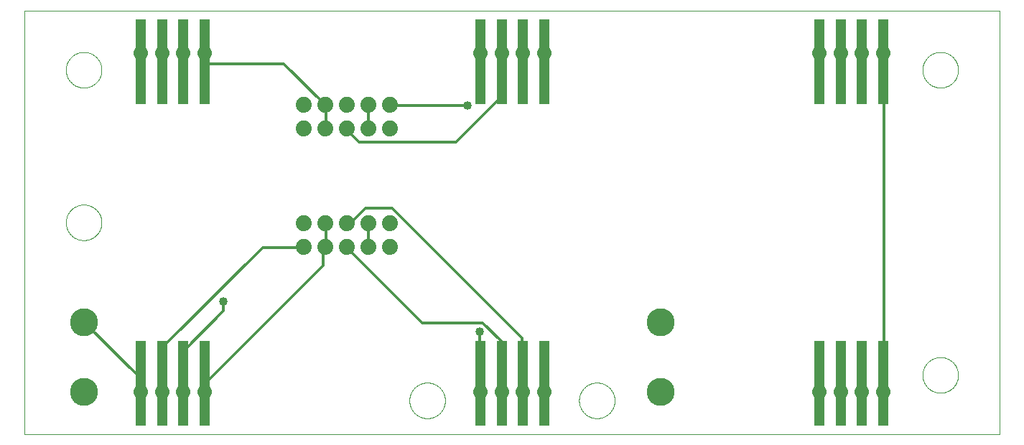
<source format=gtl>
G75*
%MOIN*%
%OFA0B0*%
%FSLAX25Y25*%
%IPPOS*%
%LPD*%
%AMOC8*
5,1,8,0,0,1.08239X$1,22.5*
%
%ADD10C,0.00000*%
%ADD11C,0.07400*%
%ADD12C,0.13000*%
%ADD13R,0.05000X0.39370*%
%ADD14C,0.06693*%
%ADD15C,0.01200*%
%ADD16C,0.04000*%
D10*
X0001000Y0001000D02*
X0001000Y0197850D01*
X0453756Y0197850D01*
X0453756Y0001000D01*
X0001000Y0001000D01*
X0179740Y0016748D02*
X0179742Y0016951D01*
X0179750Y0017154D01*
X0179762Y0017356D01*
X0179780Y0017558D01*
X0179802Y0017760D01*
X0179829Y0017961D01*
X0179862Y0018162D01*
X0179899Y0018361D01*
X0179941Y0018560D01*
X0179988Y0018757D01*
X0180039Y0018953D01*
X0180096Y0019148D01*
X0180157Y0019342D01*
X0180223Y0019533D01*
X0180294Y0019724D01*
X0180369Y0019912D01*
X0180449Y0020099D01*
X0180534Y0020283D01*
X0180623Y0020465D01*
X0180716Y0020646D01*
X0180814Y0020823D01*
X0180916Y0020999D01*
X0181023Y0021171D01*
X0181133Y0021341D01*
X0181248Y0021509D01*
X0181367Y0021673D01*
X0181490Y0021835D01*
X0181617Y0021993D01*
X0181747Y0022148D01*
X0181882Y0022300D01*
X0182020Y0022449D01*
X0182162Y0022594D01*
X0182307Y0022736D01*
X0182456Y0022874D01*
X0182608Y0023009D01*
X0182763Y0023139D01*
X0182921Y0023266D01*
X0183083Y0023389D01*
X0183247Y0023508D01*
X0183415Y0023623D01*
X0183585Y0023733D01*
X0183757Y0023840D01*
X0183933Y0023942D01*
X0184110Y0024040D01*
X0184291Y0024133D01*
X0184473Y0024222D01*
X0184657Y0024307D01*
X0184844Y0024387D01*
X0185032Y0024462D01*
X0185223Y0024533D01*
X0185414Y0024599D01*
X0185608Y0024660D01*
X0185803Y0024717D01*
X0185999Y0024768D01*
X0186196Y0024815D01*
X0186395Y0024857D01*
X0186594Y0024894D01*
X0186795Y0024927D01*
X0186996Y0024954D01*
X0187198Y0024976D01*
X0187400Y0024994D01*
X0187602Y0025006D01*
X0187805Y0025014D01*
X0188008Y0025016D01*
X0188211Y0025014D01*
X0188414Y0025006D01*
X0188616Y0024994D01*
X0188818Y0024976D01*
X0189020Y0024954D01*
X0189221Y0024927D01*
X0189422Y0024894D01*
X0189621Y0024857D01*
X0189820Y0024815D01*
X0190017Y0024768D01*
X0190213Y0024717D01*
X0190408Y0024660D01*
X0190602Y0024599D01*
X0190793Y0024533D01*
X0190984Y0024462D01*
X0191172Y0024387D01*
X0191359Y0024307D01*
X0191543Y0024222D01*
X0191725Y0024133D01*
X0191906Y0024040D01*
X0192083Y0023942D01*
X0192259Y0023840D01*
X0192431Y0023733D01*
X0192601Y0023623D01*
X0192769Y0023508D01*
X0192933Y0023389D01*
X0193095Y0023266D01*
X0193253Y0023139D01*
X0193408Y0023009D01*
X0193560Y0022874D01*
X0193709Y0022736D01*
X0193854Y0022594D01*
X0193996Y0022449D01*
X0194134Y0022300D01*
X0194269Y0022148D01*
X0194399Y0021993D01*
X0194526Y0021835D01*
X0194649Y0021673D01*
X0194768Y0021509D01*
X0194883Y0021341D01*
X0194993Y0021171D01*
X0195100Y0020999D01*
X0195202Y0020823D01*
X0195300Y0020646D01*
X0195393Y0020465D01*
X0195482Y0020283D01*
X0195567Y0020099D01*
X0195647Y0019912D01*
X0195722Y0019724D01*
X0195793Y0019533D01*
X0195859Y0019342D01*
X0195920Y0019148D01*
X0195977Y0018953D01*
X0196028Y0018757D01*
X0196075Y0018560D01*
X0196117Y0018361D01*
X0196154Y0018162D01*
X0196187Y0017961D01*
X0196214Y0017760D01*
X0196236Y0017558D01*
X0196254Y0017356D01*
X0196266Y0017154D01*
X0196274Y0016951D01*
X0196276Y0016748D01*
X0196274Y0016545D01*
X0196266Y0016342D01*
X0196254Y0016140D01*
X0196236Y0015938D01*
X0196214Y0015736D01*
X0196187Y0015535D01*
X0196154Y0015334D01*
X0196117Y0015135D01*
X0196075Y0014936D01*
X0196028Y0014739D01*
X0195977Y0014543D01*
X0195920Y0014348D01*
X0195859Y0014154D01*
X0195793Y0013963D01*
X0195722Y0013772D01*
X0195647Y0013584D01*
X0195567Y0013397D01*
X0195482Y0013213D01*
X0195393Y0013031D01*
X0195300Y0012850D01*
X0195202Y0012673D01*
X0195100Y0012497D01*
X0194993Y0012325D01*
X0194883Y0012155D01*
X0194768Y0011987D01*
X0194649Y0011823D01*
X0194526Y0011661D01*
X0194399Y0011503D01*
X0194269Y0011348D01*
X0194134Y0011196D01*
X0193996Y0011047D01*
X0193854Y0010902D01*
X0193709Y0010760D01*
X0193560Y0010622D01*
X0193408Y0010487D01*
X0193253Y0010357D01*
X0193095Y0010230D01*
X0192933Y0010107D01*
X0192769Y0009988D01*
X0192601Y0009873D01*
X0192431Y0009763D01*
X0192259Y0009656D01*
X0192083Y0009554D01*
X0191906Y0009456D01*
X0191725Y0009363D01*
X0191543Y0009274D01*
X0191359Y0009189D01*
X0191172Y0009109D01*
X0190984Y0009034D01*
X0190793Y0008963D01*
X0190602Y0008897D01*
X0190408Y0008836D01*
X0190213Y0008779D01*
X0190017Y0008728D01*
X0189820Y0008681D01*
X0189621Y0008639D01*
X0189422Y0008602D01*
X0189221Y0008569D01*
X0189020Y0008542D01*
X0188818Y0008520D01*
X0188616Y0008502D01*
X0188414Y0008490D01*
X0188211Y0008482D01*
X0188008Y0008480D01*
X0187805Y0008482D01*
X0187602Y0008490D01*
X0187400Y0008502D01*
X0187198Y0008520D01*
X0186996Y0008542D01*
X0186795Y0008569D01*
X0186594Y0008602D01*
X0186395Y0008639D01*
X0186196Y0008681D01*
X0185999Y0008728D01*
X0185803Y0008779D01*
X0185608Y0008836D01*
X0185414Y0008897D01*
X0185223Y0008963D01*
X0185032Y0009034D01*
X0184844Y0009109D01*
X0184657Y0009189D01*
X0184473Y0009274D01*
X0184291Y0009363D01*
X0184110Y0009456D01*
X0183933Y0009554D01*
X0183757Y0009656D01*
X0183585Y0009763D01*
X0183415Y0009873D01*
X0183247Y0009988D01*
X0183083Y0010107D01*
X0182921Y0010230D01*
X0182763Y0010357D01*
X0182608Y0010487D01*
X0182456Y0010622D01*
X0182307Y0010760D01*
X0182162Y0010902D01*
X0182020Y0011047D01*
X0181882Y0011196D01*
X0181747Y0011348D01*
X0181617Y0011503D01*
X0181490Y0011661D01*
X0181367Y0011823D01*
X0181248Y0011987D01*
X0181133Y0012155D01*
X0181023Y0012325D01*
X0180916Y0012497D01*
X0180814Y0012673D01*
X0180716Y0012850D01*
X0180623Y0013031D01*
X0180534Y0013213D01*
X0180449Y0013397D01*
X0180369Y0013584D01*
X0180294Y0013772D01*
X0180223Y0013963D01*
X0180157Y0014154D01*
X0180096Y0014348D01*
X0180039Y0014543D01*
X0179988Y0014739D01*
X0179941Y0014936D01*
X0179899Y0015135D01*
X0179862Y0015334D01*
X0179829Y0015535D01*
X0179802Y0015736D01*
X0179780Y0015938D01*
X0179762Y0016140D01*
X0179750Y0016342D01*
X0179742Y0016545D01*
X0179740Y0016748D01*
X0258480Y0016748D02*
X0258482Y0016951D01*
X0258490Y0017154D01*
X0258502Y0017356D01*
X0258520Y0017558D01*
X0258542Y0017760D01*
X0258569Y0017961D01*
X0258602Y0018162D01*
X0258639Y0018361D01*
X0258681Y0018560D01*
X0258728Y0018757D01*
X0258779Y0018953D01*
X0258836Y0019148D01*
X0258897Y0019342D01*
X0258963Y0019533D01*
X0259034Y0019724D01*
X0259109Y0019912D01*
X0259189Y0020099D01*
X0259274Y0020283D01*
X0259363Y0020465D01*
X0259456Y0020646D01*
X0259554Y0020823D01*
X0259656Y0020999D01*
X0259763Y0021171D01*
X0259873Y0021341D01*
X0259988Y0021509D01*
X0260107Y0021673D01*
X0260230Y0021835D01*
X0260357Y0021993D01*
X0260487Y0022148D01*
X0260622Y0022300D01*
X0260760Y0022449D01*
X0260902Y0022594D01*
X0261047Y0022736D01*
X0261196Y0022874D01*
X0261348Y0023009D01*
X0261503Y0023139D01*
X0261661Y0023266D01*
X0261823Y0023389D01*
X0261987Y0023508D01*
X0262155Y0023623D01*
X0262325Y0023733D01*
X0262497Y0023840D01*
X0262673Y0023942D01*
X0262850Y0024040D01*
X0263031Y0024133D01*
X0263213Y0024222D01*
X0263397Y0024307D01*
X0263584Y0024387D01*
X0263772Y0024462D01*
X0263963Y0024533D01*
X0264154Y0024599D01*
X0264348Y0024660D01*
X0264543Y0024717D01*
X0264739Y0024768D01*
X0264936Y0024815D01*
X0265135Y0024857D01*
X0265334Y0024894D01*
X0265535Y0024927D01*
X0265736Y0024954D01*
X0265938Y0024976D01*
X0266140Y0024994D01*
X0266342Y0025006D01*
X0266545Y0025014D01*
X0266748Y0025016D01*
X0266951Y0025014D01*
X0267154Y0025006D01*
X0267356Y0024994D01*
X0267558Y0024976D01*
X0267760Y0024954D01*
X0267961Y0024927D01*
X0268162Y0024894D01*
X0268361Y0024857D01*
X0268560Y0024815D01*
X0268757Y0024768D01*
X0268953Y0024717D01*
X0269148Y0024660D01*
X0269342Y0024599D01*
X0269533Y0024533D01*
X0269724Y0024462D01*
X0269912Y0024387D01*
X0270099Y0024307D01*
X0270283Y0024222D01*
X0270465Y0024133D01*
X0270646Y0024040D01*
X0270823Y0023942D01*
X0270999Y0023840D01*
X0271171Y0023733D01*
X0271341Y0023623D01*
X0271509Y0023508D01*
X0271673Y0023389D01*
X0271835Y0023266D01*
X0271993Y0023139D01*
X0272148Y0023009D01*
X0272300Y0022874D01*
X0272449Y0022736D01*
X0272594Y0022594D01*
X0272736Y0022449D01*
X0272874Y0022300D01*
X0273009Y0022148D01*
X0273139Y0021993D01*
X0273266Y0021835D01*
X0273389Y0021673D01*
X0273508Y0021509D01*
X0273623Y0021341D01*
X0273733Y0021171D01*
X0273840Y0020999D01*
X0273942Y0020823D01*
X0274040Y0020646D01*
X0274133Y0020465D01*
X0274222Y0020283D01*
X0274307Y0020099D01*
X0274387Y0019912D01*
X0274462Y0019724D01*
X0274533Y0019533D01*
X0274599Y0019342D01*
X0274660Y0019148D01*
X0274717Y0018953D01*
X0274768Y0018757D01*
X0274815Y0018560D01*
X0274857Y0018361D01*
X0274894Y0018162D01*
X0274927Y0017961D01*
X0274954Y0017760D01*
X0274976Y0017558D01*
X0274994Y0017356D01*
X0275006Y0017154D01*
X0275014Y0016951D01*
X0275016Y0016748D01*
X0275014Y0016545D01*
X0275006Y0016342D01*
X0274994Y0016140D01*
X0274976Y0015938D01*
X0274954Y0015736D01*
X0274927Y0015535D01*
X0274894Y0015334D01*
X0274857Y0015135D01*
X0274815Y0014936D01*
X0274768Y0014739D01*
X0274717Y0014543D01*
X0274660Y0014348D01*
X0274599Y0014154D01*
X0274533Y0013963D01*
X0274462Y0013772D01*
X0274387Y0013584D01*
X0274307Y0013397D01*
X0274222Y0013213D01*
X0274133Y0013031D01*
X0274040Y0012850D01*
X0273942Y0012673D01*
X0273840Y0012497D01*
X0273733Y0012325D01*
X0273623Y0012155D01*
X0273508Y0011987D01*
X0273389Y0011823D01*
X0273266Y0011661D01*
X0273139Y0011503D01*
X0273009Y0011348D01*
X0272874Y0011196D01*
X0272736Y0011047D01*
X0272594Y0010902D01*
X0272449Y0010760D01*
X0272300Y0010622D01*
X0272148Y0010487D01*
X0271993Y0010357D01*
X0271835Y0010230D01*
X0271673Y0010107D01*
X0271509Y0009988D01*
X0271341Y0009873D01*
X0271171Y0009763D01*
X0270999Y0009656D01*
X0270823Y0009554D01*
X0270646Y0009456D01*
X0270465Y0009363D01*
X0270283Y0009274D01*
X0270099Y0009189D01*
X0269912Y0009109D01*
X0269724Y0009034D01*
X0269533Y0008963D01*
X0269342Y0008897D01*
X0269148Y0008836D01*
X0268953Y0008779D01*
X0268757Y0008728D01*
X0268560Y0008681D01*
X0268361Y0008639D01*
X0268162Y0008602D01*
X0267961Y0008569D01*
X0267760Y0008542D01*
X0267558Y0008520D01*
X0267356Y0008502D01*
X0267154Y0008490D01*
X0266951Y0008482D01*
X0266748Y0008480D01*
X0266545Y0008482D01*
X0266342Y0008490D01*
X0266140Y0008502D01*
X0265938Y0008520D01*
X0265736Y0008542D01*
X0265535Y0008569D01*
X0265334Y0008602D01*
X0265135Y0008639D01*
X0264936Y0008681D01*
X0264739Y0008728D01*
X0264543Y0008779D01*
X0264348Y0008836D01*
X0264154Y0008897D01*
X0263963Y0008963D01*
X0263772Y0009034D01*
X0263584Y0009109D01*
X0263397Y0009189D01*
X0263213Y0009274D01*
X0263031Y0009363D01*
X0262850Y0009456D01*
X0262673Y0009554D01*
X0262497Y0009656D01*
X0262325Y0009763D01*
X0262155Y0009873D01*
X0261987Y0009988D01*
X0261823Y0010107D01*
X0261661Y0010230D01*
X0261503Y0010357D01*
X0261348Y0010487D01*
X0261196Y0010622D01*
X0261047Y0010760D01*
X0260902Y0010902D01*
X0260760Y0011047D01*
X0260622Y0011196D01*
X0260487Y0011348D01*
X0260357Y0011503D01*
X0260230Y0011661D01*
X0260107Y0011823D01*
X0259988Y0011987D01*
X0259873Y0012155D01*
X0259763Y0012325D01*
X0259656Y0012497D01*
X0259554Y0012673D01*
X0259456Y0012850D01*
X0259363Y0013031D01*
X0259274Y0013213D01*
X0259189Y0013397D01*
X0259109Y0013584D01*
X0259034Y0013772D01*
X0258963Y0013963D01*
X0258897Y0014154D01*
X0258836Y0014348D01*
X0258779Y0014543D01*
X0258728Y0014739D01*
X0258681Y0014936D01*
X0258639Y0015135D01*
X0258602Y0015334D01*
X0258569Y0015535D01*
X0258542Y0015736D01*
X0258520Y0015938D01*
X0258502Y0016140D01*
X0258490Y0016342D01*
X0258482Y0016545D01*
X0258480Y0016748D01*
X0417929Y0028559D02*
X0417931Y0028762D01*
X0417939Y0028965D01*
X0417951Y0029167D01*
X0417969Y0029369D01*
X0417991Y0029571D01*
X0418018Y0029772D01*
X0418051Y0029973D01*
X0418088Y0030172D01*
X0418130Y0030371D01*
X0418177Y0030568D01*
X0418228Y0030764D01*
X0418285Y0030959D01*
X0418346Y0031153D01*
X0418412Y0031344D01*
X0418483Y0031535D01*
X0418558Y0031723D01*
X0418638Y0031910D01*
X0418723Y0032094D01*
X0418812Y0032276D01*
X0418905Y0032457D01*
X0419003Y0032634D01*
X0419105Y0032810D01*
X0419212Y0032982D01*
X0419322Y0033152D01*
X0419437Y0033320D01*
X0419556Y0033484D01*
X0419679Y0033646D01*
X0419806Y0033804D01*
X0419936Y0033959D01*
X0420071Y0034111D01*
X0420209Y0034260D01*
X0420351Y0034405D01*
X0420496Y0034547D01*
X0420645Y0034685D01*
X0420797Y0034820D01*
X0420952Y0034950D01*
X0421110Y0035077D01*
X0421272Y0035200D01*
X0421436Y0035319D01*
X0421604Y0035434D01*
X0421774Y0035544D01*
X0421946Y0035651D01*
X0422122Y0035753D01*
X0422299Y0035851D01*
X0422480Y0035944D01*
X0422662Y0036033D01*
X0422846Y0036118D01*
X0423033Y0036198D01*
X0423221Y0036273D01*
X0423412Y0036344D01*
X0423603Y0036410D01*
X0423797Y0036471D01*
X0423992Y0036528D01*
X0424188Y0036579D01*
X0424385Y0036626D01*
X0424584Y0036668D01*
X0424783Y0036705D01*
X0424984Y0036738D01*
X0425185Y0036765D01*
X0425387Y0036787D01*
X0425589Y0036805D01*
X0425791Y0036817D01*
X0425994Y0036825D01*
X0426197Y0036827D01*
X0426400Y0036825D01*
X0426603Y0036817D01*
X0426805Y0036805D01*
X0427007Y0036787D01*
X0427209Y0036765D01*
X0427410Y0036738D01*
X0427611Y0036705D01*
X0427810Y0036668D01*
X0428009Y0036626D01*
X0428206Y0036579D01*
X0428402Y0036528D01*
X0428597Y0036471D01*
X0428791Y0036410D01*
X0428982Y0036344D01*
X0429173Y0036273D01*
X0429361Y0036198D01*
X0429548Y0036118D01*
X0429732Y0036033D01*
X0429914Y0035944D01*
X0430095Y0035851D01*
X0430272Y0035753D01*
X0430448Y0035651D01*
X0430620Y0035544D01*
X0430790Y0035434D01*
X0430958Y0035319D01*
X0431122Y0035200D01*
X0431284Y0035077D01*
X0431442Y0034950D01*
X0431597Y0034820D01*
X0431749Y0034685D01*
X0431898Y0034547D01*
X0432043Y0034405D01*
X0432185Y0034260D01*
X0432323Y0034111D01*
X0432458Y0033959D01*
X0432588Y0033804D01*
X0432715Y0033646D01*
X0432838Y0033484D01*
X0432957Y0033320D01*
X0433072Y0033152D01*
X0433182Y0032982D01*
X0433289Y0032810D01*
X0433391Y0032634D01*
X0433489Y0032457D01*
X0433582Y0032276D01*
X0433671Y0032094D01*
X0433756Y0031910D01*
X0433836Y0031723D01*
X0433911Y0031535D01*
X0433982Y0031344D01*
X0434048Y0031153D01*
X0434109Y0030959D01*
X0434166Y0030764D01*
X0434217Y0030568D01*
X0434264Y0030371D01*
X0434306Y0030172D01*
X0434343Y0029973D01*
X0434376Y0029772D01*
X0434403Y0029571D01*
X0434425Y0029369D01*
X0434443Y0029167D01*
X0434455Y0028965D01*
X0434463Y0028762D01*
X0434465Y0028559D01*
X0434463Y0028356D01*
X0434455Y0028153D01*
X0434443Y0027951D01*
X0434425Y0027749D01*
X0434403Y0027547D01*
X0434376Y0027346D01*
X0434343Y0027145D01*
X0434306Y0026946D01*
X0434264Y0026747D01*
X0434217Y0026550D01*
X0434166Y0026354D01*
X0434109Y0026159D01*
X0434048Y0025965D01*
X0433982Y0025774D01*
X0433911Y0025583D01*
X0433836Y0025395D01*
X0433756Y0025208D01*
X0433671Y0025024D01*
X0433582Y0024842D01*
X0433489Y0024661D01*
X0433391Y0024484D01*
X0433289Y0024308D01*
X0433182Y0024136D01*
X0433072Y0023966D01*
X0432957Y0023798D01*
X0432838Y0023634D01*
X0432715Y0023472D01*
X0432588Y0023314D01*
X0432458Y0023159D01*
X0432323Y0023007D01*
X0432185Y0022858D01*
X0432043Y0022713D01*
X0431898Y0022571D01*
X0431749Y0022433D01*
X0431597Y0022298D01*
X0431442Y0022168D01*
X0431284Y0022041D01*
X0431122Y0021918D01*
X0430958Y0021799D01*
X0430790Y0021684D01*
X0430620Y0021574D01*
X0430448Y0021467D01*
X0430272Y0021365D01*
X0430095Y0021267D01*
X0429914Y0021174D01*
X0429732Y0021085D01*
X0429548Y0021000D01*
X0429361Y0020920D01*
X0429173Y0020845D01*
X0428982Y0020774D01*
X0428791Y0020708D01*
X0428597Y0020647D01*
X0428402Y0020590D01*
X0428206Y0020539D01*
X0428009Y0020492D01*
X0427810Y0020450D01*
X0427611Y0020413D01*
X0427410Y0020380D01*
X0427209Y0020353D01*
X0427007Y0020331D01*
X0426805Y0020313D01*
X0426603Y0020301D01*
X0426400Y0020293D01*
X0426197Y0020291D01*
X0425994Y0020293D01*
X0425791Y0020301D01*
X0425589Y0020313D01*
X0425387Y0020331D01*
X0425185Y0020353D01*
X0424984Y0020380D01*
X0424783Y0020413D01*
X0424584Y0020450D01*
X0424385Y0020492D01*
X0424188Y0020539D01*
X0423992Y0020590D01*
X0423797Y0020647D01*
X0423603Y0020708D01*
X0423412Y0020774D01*
X0423221Y0020845D01*
X0423033Y0020920D01*
X0422846Y0021000D01*
X0422662Y0021085D01*
X0422480Y0021174D01*
X0422299Y0021267D01*
X0422122Y0021365D01*
X0421946Y0021467D01*
X0421774Y0021574D01*
X0421604Y0021684D01*
X0421436Y0021799D01*
X0421272Y0021918D01*
X0421110Y0022041D01*
X0420952Y0022168D01*
X0420797Y0022298D01*
X0420645Y0022433D01*
X0420496Y0022571D01*
X0420351Y0022713D01*
X0420209Y0022858D01*
X0420071Y0023007D01*
X0419936Y0023159D01*
X0419806Y0023314D01*
X0419679Y0023472D01*
X0419556Y0023634D01*
X0419437Y0023798D01*
X0419322Y0023966D01*
X0419212Y0024136D01*
X0419105Y0024308D01*
X0419003Y0024484D01*
X0418905Y0024661D01*
X0418812Y0024842D01*
X0418723Y0025024D01*
X0418638Y0025208D01*
X0418558Y0025395D01*
X0418483Y0025583D01*
X0418412Y0025774D01*
X0418346Y0025965D01*
X0418285Y0026159D01*
X0418228Y0026354D01*
X0418177Y0026550D01*
X0418130Y0026747D01*
X0418088Y0026946D01*
X0418051Y0027145D01*
X0418018Y0027346D01*
X0417991Y0027547D01*
X0417969Y0027749D01*
X0417951Y0027951D01*
X0417939Y0028153D01*
X0417931Y0028356D01*
X0417929Y0028559D01*
X0417929Y0170291D02*
X0417931Y0170494D01*
X0417939Y0170697D01*
X0417951Y0170899D01*
X0417969Y0171101D01*
X0417991Y0171303D01*
X0418018Y0171504D01*
X0418051Y0171705D01*
X0418088Y0171904D01*
X0418130Y0172103D01*
X0418177Y0172300D01*
X0418228Y0172496D01*
X0418285Y0172691D01*
X0418346Y0172885D01*
X0418412Y0173076D01*
X0418483Y0173267D01*
X0418558Y0173455D01*
X0418638Y0173642D01*
X0418723Y0173826D01*
X0418812Y0174008D01*
X0418905Y0174189D01*
X0419003Y0174366D01*
X0419105Y0174542D01*
X0419212Y0174714D01*
X0419322Y0174884D01*
X0419437Y0175052D01*
X0419556Y0175216D01*
X0419679Y0175378D01*
X0419806Y0175536D01*
X0419936Y0175691D01*
X0420071Y0175843D01*
X0420209Y0175992D01*
X0420351Y0176137D01*
X0420496Y0176279D01*
X0420645Y0176417D01*
X0420797Y0176552D01*
X0420952Y0176682D01*
X0421110Y0176809D01*
X0421272Y0176932D01*
X0421436Y0177051D01*
X0421604Y0177166D01*
X0421774Y0177276D01*
X0421946Y0177383D01*
X0422122Y0177485D01*
X0422299Y0177583D01*
X0422480Y0177676D01*
X0422662Y0177765D01*
X0422846Y0177850D01*
X0423033Y0177930D01*
X0423221Y0178005D01*
X0423412Y0178076D01*
X0423603Y0178142D01*
X0423797Y0178203D01*
X0423992Y0178260D01*
X0424188Y0178311D01*
X0424385Y0178358D01*
X0424584Y0178400D01*
X0424783Y0178437D01*
X0424984Y0178470D01*
X0425185Y0178497D01*
X0425387Y0178519D01*
X0425589Y0178537D01*
X0425791Y0178549D01*
X0425994Y0178557D01*
X0426197Y0178559D01*
X0426400Y0178557D01*
X0426603Y0178549D01*
X0426805Y0178537D01*
X0427007Y0178519D01*
X0427209Y0178497D01*
X0427410Y0178470D01*
X0427611Y0178437D01*
X0427810Y0178400D01*
X0428009Y0178358D01*
X0428206Y0178311D01*
X0428402Y0178260D01*
X0428597Y0178203D01*
X0428791Y0178142D01*
X0428982Y0178076D01*
X0429173Y0178005D01*
X0429361Y0177930D01*
X0429548Y0177850D01*
X0429732Y0177765D01*
X0429914Y0177676D01*
X0430095Y0177583D01*
X0430272Y0177485D01*
X0430448Y0177383D01*
X0430620Y0177276D01*
X0430790Y0177166D01*
X0430958Y0177051D01*
X0431122Y0176932D01*
X0431284Y0176809D01*
X0431442Y0176682D01*
X0431597Y0176552D01*
X0431749Y0176417D01*
X0431898Y0176279D01*
X0432043Y0176137D01*
X0432185Y0175992D01*
X0432323Y0175843D01*
X0432458Y0175691D01*
X0432588Y0175536D01*
X0432715Y0175378D01*
X0432838Y0175216D01*
X0432957Y0175052D01*
X0433072Y0174884D01*
X0433182Y0174714D01*
X0433289Y0174542D01*
X0433391Y0174366D01*
X0433489Y0174189D01*
X0433582Y0174008D01*
X0433671Y0173826D01*
X0433756Y0173642D01*
X0433836Y0173455D01*
X0433911Y0173267D01*
X0433982Y0173076D01*
X0434048Y0172885D01*
X0434109Y0172691D01*
X0434166Y0172496D01*
X0434217Y0172300D01*
X0434264Y0172103D01*
X0434306Y0171904D01*
X0434343Y0171705D01*
X0434376Y0171504D01*
X0434403Y0171303D01*
X0434425Y0171101D01*
X0434443Y0170899D01*
X0434455Y0170697D01*
X0434463Y0170494D01*
X0434465Y0170291D01*
X0434463Y0170088D01*
X0434455Y0169885D01*
X0434443Y0169683D01*
X0434425Y0169481D01*
X0434403Y0169279D01*
X0434376Y0169078D01*
X0434343Y0168877D01*
X0434306Y0168678D01*
X0434264Y0168479D01*
X0434217Y0168282D01*
X0434166Y0168086D01*
X0434109Y0167891D01*
X0434048Y0167697D01*
X0433982Y0167506D01*
X0433911Y0167315D01*
X0433836Y0167127D01*
X0433756Y0166940D01*
X0433671Y0166756D01*
X0433582Y0166574D01*
X0433489Y0166393D01*
X0433391Y0166216D01*
X0433289Y0166040D01*
X0433182Y0165868D01*
X0433072Y0165698D01*
X0432957Y0165530D01*
X0432838Y0165366D01*
X0432715Y0165204D01*
X0432588Y0165046D01*
X0432458Y0164891D01*
X0432323Y0164739D01*
X0432185Y0164590D01*
X0432043Y0164445D01*
X0431898Y0164303D01*
X0431749Y0164165D01*
X0431597Y0164030D01*
X0431442Y0163900D01*
X0431284Y0163773D01*
X0431122Y0163650D01*
X0430958Y0163531D01*
X0430790Y0163416D01*
X0430620Y0163306D01*
X0430448Y0163199D01*
X0430272Y0163097D01*
X0430095Y0162999D01*
X0429914Y0162906D01*
X0429732Y0162817D01*
X0429548Y0162732D01*
X0429361Y0162652D01*
X0429173Y0162577D01*
X0428982Y0162506D01*
X0428791Y0162440D01*
X0428597Y0162379D01*
X0428402Y0162322D01*
X0428206Y0162271D01*
X0428009Y0162224D01*
X0427810Y0162182D01*
X0427611Y0162145D01*
X0427410Y0162112D01*
X0427209Y0162085D01*
X0427007Y0162063D01*
X0426805Y0162045D01*
X0426603Y0162033D01*
X0426400Y0162025D01*
X0426197Y0162023D01*
X0425994Y0162025D01*
X0425791Y0162033D01*
X0425589Y0162045D01*
X0425387Y0162063D01*
X0425185Y0162085D01*
X0424984Y0162112D01*
X0424783Y0162145D01*
X0424584Y0162182D01*
X0424385Y0162224D01*
X0424188Y0162271D01*
X0423992Y0162322D01*
X0423797Y0162379D01*
X0423603Y0162440D01*
X0423412Y0162506D01*
X0423221Y0162577D01*
X0423033Y0162652D01*
X0422846Y0162732D01*
X0422662Y0162817D01*
X0422480Y0162906D01*
X0422299Y0162999D01*
X0422122Y0163097D01*
X0421946Y0163199D01*
X0421774Y0163306D01*
X0421604Y0163416D01*
X0421436Y0163531D01*
X0421272Y0163650D01*
X0421110Y0163773D01*
X0420952Y0163900D01*
X0420797Y0164030D01*
X0420645Y0164165D01*
X0420496Y0164303D01*
X0420351Y0164445D01*
X0420209Y0164590D01*
X0420071Y0164739D01*
X0419936Y0164891D01*
X0419806Y0165046D01*
X0419679Y0165204D01*
X0419556Y0165366D01*
X0419437Y0165530D01*
X0419322Y0165698D01*
X0419212Y0165868D01*
X0419105Y0166040D01*
X0419003Y0166216D01*
X0418905Y0166393D01*
X0418812Y0166574D01*
X0418723Y0166756D01*
X0418638Y0166940D01*
X0418558Y0167127D01*
X0418483Y0167315D01*
X0418412Y0167506D01*
X0418346Y0167697D01*
X0418285Y0167891D01*
X0418228Y0168086D01*
X0418177Y0168282D01*
X0418130Y0168479D01*
X0418088Y0168678D01*
X0418051Y0168877D01*
X0418018Y0169078D01*
X0417991Y0169279D01*
X0417969Y0169481D01*
X0417951Y0169683D01*
X0417939Y0169885D01*
X0417931Y0170088D01*
X0417929Y0170291D01*
X0020291Y0170291D02*
X0020293Y0170494D01*
X0020301Y0170697D01*
X0020313Y0170899D01*
X0020331Y0171101D01*
X0020353Y0171303D01*
X0020380Y0171504D01*
X0020413Y0171705D01*
X0020450Y0171904D01*
X0020492Y0172103D01*
X0020539Y0172300D01*
X0020590Y0172496D01*
X0020647Y0172691D01*
X0020708Y0172885D01*
X0020774Y0173076D01*
X0020845Y0173267D01*
X0020920Y0173455D01*
X0021000Y0173642D01*
X0021085Y0173826D01*
X0021174Y0174008D01*
X0021267Y0174189D01*
X0021365Y0174366D01*
X0021467Y0174542D01*
X0021574Y0174714D01*
X0021684Y0174884D01*
X0021799Y0175052D01*
X0021918Y0175216D01*
X0022041Y0175378D01*
X0022168Y0175536D01*
X0022298Y0175691D01*
X0022433Y0175843D01*
X0022571Y0175992D01*
X0022713Y0176137D01*
X0022858Y0176279D01*
X0023007Y0176417D01*
X0023159Y0176552D01*
X0023314Y0176682D01*
X0023472Y0176809D01*
X0023634Y0176932D01*
X0023798Y0177051D01*
X0023966Y0177166D01*
X0024136Y0177276D01*
X0024308Y0177383D01*
X0024484Y0177485D01*
X0024661Y0177583D01*
X0024842Y0177676D01*
X0025024Y0177765D01*
X0025208Y0177850D01*
X0025395Y0177930D01*
X0025583Y0178005D01*
X0025774Y0178076D01*
X0025965Y0178142D01*
X0026159Y0178203D01*
X0026354Y0178260D01*
X0026550Y0178311D01*
X0026747Y0178358D01*
X0026946Y0178400D01*
X0027145Y0178437D01*
X0027346Y0178470D01*
X0027547Y0178497D01*
X0027749Y0178519D01*
X0027951Y0178537D01*
X0028153Y0178549D01*
X0028356Y0178557D01*
X0028559Y0178559D01*
X0028762Y0178557D01*
X0028965Y0178549D01*
X0029167Y0178537D01*
X0029369Y0178519D01*
X0029571Y0178497D01*
X0029772Y0178470D01*
X0029973Y0178437D01*
X0030172Y0178400D01*
X0030371Y0178358D01*
X0030568Y0178311D01*
X0030764Y0178260D01*
X0030959Y0178203D01*
X0031153Y0178142D01*
X0031344Y0178076D01*
X0031535Y0178005D01*
X0031723Y0177930D01*
X0031910Y0177850D01*
X0032094Y0177765D01*
X0032276Y0177676D01*
X0032457Y0177583D01*
X0032634Y0177485D01*
X0032810Y0177383D01*
X0032982Y0177276D01*
X0033152Y0177166D01*
X0033320Y0177051D01*
X0033484Y0176932D01*
X0033646Y0176809D01*
X0033804Y0176682D01*
X0033959Y0176552D01*
X0034111Y0176417D01*
X0034260Y0176279D01*
X0034405Y0176137D01*
X0034547Y0175992D01*
X0034685Y0175843D01*
X0034820Y0175691D01*
X0034950Y0175536D01*
X0035077Y0175378D01*
X0035200Y0175216D01*
X0035319Y0175052D01*
X0035434Y0174884D01*
X0035544Y0174714D01*
X0035651Y0174542D01*
X0035753Y0174366D01*
X0035851Y0174189D01*
X0035944Y0174008D01*
X0036033Y0173826D01*
X0036118Y0173642D01*
X0036198Y0173455D01*
X0036273Y0173267D01*
X0036344Y0173076D01*
X0036410Y0172885D01*
X0036471Y0172691D01*
X0036528Y0172496D01*
X0036579Y0172300D01*
X0036626Y0172103D01*
X0036668Y0171904D01*
X0036705Y0171705D01*
X0036738Y0171504D01*
X0036765Y0171303D01*
X0036787Y0171101D01*
X0036805Y0170899D01*
X0036817Y0170697D01*
X0036825Y0170494D01*
X0036827Y0170291D01*
X0036825Y0170088D01*
X0036817Y0169885D01*
X0036805Y0169683D01*
X0036787Y0169481D01*
X0036765Y0169279D01*
X0036738Y0169078D01*
X0036705Y0168877D01*
X0036668Y0168678D01*
X0036626Y0168479D01*
X0036579Y0168282D01*
X0036528Y0168086D01*
X0036471Y0167891D01*
X0036410Y0167697D01*
X0036344Y0167506D01*
X0036273Y0167315D01*
X0036198Y0167127D01*
X0036118Y0166940D01*
X0036033Y0166756D01*
X0035944Y0166574D01*
X0035851Y0166393D01*
X0035753Y0166216D01*
X0035651Y0166040D01*
X0035544Y0165868D01*
X0035434Y0165698D01*
X0035319Y0165530D01*
X0035200Y0165366D01*
X0035077Y0165204D01*
X0034950Y0165046D01*
X0034820Y0164891D01*
X0034685Y0164739D01*
X0034547Y0164590D01*
X0034405Y0164445D01*
X0034260Y0164303D01*
X0034111Y0164165D01*
X0033959Y0164030D01*
X0033804Y0163900D01*
X0033646Y0163773D01*
X0033484Y0163650D01*
X0033320Y0163531D01*
X0033152Y0163416D01*
X0032982Y0163306D01*
X0032810Y0163199D01*
X0032634Y0163097D01*
X0032457Y0162999D01*
X0032276Y0162906D01*
X0032094Y0162817D01*
X0031910Y0162732D01*
X0031723Y0162652D01*
X0031535Y0162577D01*
X0031344Y0162506D01*
X0031153Y0162440D01*
X0030959Y0162379D01*
X0030764Y0162322D01*
X0030568Y0162271D01*
X0030371Y0162224D01*
X0030172Y0162182D01*
X0029973Y0162145D01*
X0029772Y0162112D01*
X0029571Y0162085D01*
X0029369Y0162063D01*
X0029167Y0162045D01*
X0028965Y0162033D01*
X0028762Y0162025D01*
X0028559Y0162023D01*
X0028356Y0162025D01*
X0028153Y0162033D01*
X0027951Y0162045D01*
X0027749Y0162063D01*
X0027547Y0162085D01*
X0027346Y0162112D01*
X0027145Y0162145D01*
X0026946Y0162182D01*
X0026747Y0162224D01*
X0026550Y0162271D01*
X0026354Y0162322D01*
X0026159Y0162379D01*
X0025965Y0162440D01*
X0025774Y0162506D01*
X0025583Y0162577D01*
X0025395Y0162652D01*
X0025208Y0162732D01*
X0025024Y0162817D01*
X0024842Y0162906D01*
X0024661Y0162999D01*
X0024484Y0163097D01*
X0024308Y0163199D01*
X0024136Y0163306D01*
X0023966Y0163416D01*
X0023798Y0163531D01*
X0023634Y0163650D01*
X0023472Y0163773D01*
X0023314Y0163900D01*
X0023159Y0164030D01*
X0023007Y0164165D01*
X0022858Y0164303D01*
X0022713Y0164445D01*
X0022571Y0164590D01*
X0022433Y0164739D01*
X0022298Y0164891D01*
X0022168Y0165046D01*
X0022041Y0165204D01*
X0021918Y0165366D01*
X0021799Y0165530D01*
X0021684Y0165698D01*
X0021574Y0165868D01*
X0021467Y0166040D01*
X0021365Y0166216D01*
X0021267Y0166393D01*
X0021174Y0166574D01*
X0021085Y0166756D01*
X0021000Y0166940D01*
X0020920Y0167127D01*
X0020845Y0167315D01*
X0020774Y0167506D01*
X0020708Y0167697D01*
X0020647Y0167891D01*
X0020590Y0168086D01*
X0020539Y0168282D01*
X0020492Y0168479D01*
X0020450Y0168678D01*
X0020413Y0168877D01*
X0020380Y0169078D01*
X0020353Y0169279D01*
X0020331Y0169481D01*
X0020313Y0169683D01*
X0020301Y0169885D01*
X0020293Y0170088D01*
X0020291Y0170291D01*
X0020291Y0099425D02*
X0020293Y0099628D01*
X0020301Y0099831D01*
X0020313Y0100033D01*
X0020331Y0100235D01*
X0020353Y0100437D01*
X0020380Y0100638D01*
X0020413Y0100839D01*
X0020450Y0101038D01*
X0020492Y0101237D01*
X0020539Y0101434D01*
X0020590Y0101630D01*
X0020647Y0101825D01*
X0020708Y0102019D01*
X0020774Y0102210D01*
X0020845Y0102401D01*
X0020920Y0102589D01*
X0021000Y0102776D01*
X0021085Y0102960D01*
X0021174Y0103142D01*
X0021267Y0103323D01*
X0021365Y0103500D01*
X0021467Y0103676D01*
X0021574Y0103848D01*
X0021684Y0104018D01*
X0021799Y0104186D01*
X0021918Y0104350D01*
X0022041Y0104512D01*
X0022168Y0104670D01*
X0022298Y0104825D01*
X0022433Y0104977D01*
X0022571Y0105126D01*
X0022713Y0105271D01*
X0022858Y0105413D01*
X0023007Y0105551D01*
X0023159Y0105686D01*
X0023314Y0105816D01*
X0023472Y0105943D01*
X0023634Y0106066D01*
X0023798Y0106185D01*
X0023966Y0106300D01*
X0024136Y0106410D01*
X0024308Y0106517D01*
X0024484Y0106619D01*
X0024661Y0106717D01*
X0024842Y0106810D01*
X0025024Y0106899D01*
X0025208Y0106984D01*
X0025395Y0107064D01*
X0025583Y0107139D01*
X0025774Y0107210D01*
X0025965Y0107276D01*
X0026159Y0107337D01*
X0026354Y0107394D01*
X0026550Y0107445D01*
X0026747Y0107492D01*
X0026946Y0107534D01*
X0027145Y0107571D01*
X0027346Y0107604D01*
X0027547Y0107631D01*
X0027749Y0107653D01*
X0027951Y0107671D01*
X0028153Y0107683D01*
X0028356Y0107691D01*
X0028559Y0107693D01*
X0028762Y0107691D01*
X0028965Y0107683D01*
X0029167Y0107671D01*
X0029369Y0107653D01*
X0029571Y0107631D01*
X0029772Y0107604D01*
X0029973Y0107571D01*
X0030172Y0107534D01*
X0030371Y0107492D01*
X0030568Y0107445D01*
X0030764Y0107394D01*
X0030959Y0107337D01*
X0031153Y0107276D01*
X0031344Y0107210D01*
X0031535Y0107139D01*
X0031723Y0107064D01*
X0031910Y0106984D01*
X0032094Y0106899D01*
X0032276Y0106810D01*
X0032457Y0106717D01*
X0032634Y0106619D01*
X0032810Y0106517D01*
X0032982Y0106410D01*
X0033152Y0106300D01*
X0033320Y0106185D01*
X0033484Y0106066D01*
X0033646Y0105943D01*
X0033804Y0105816D01*
X0033959Y0105686D01*
X0034111Y0105551D01*
X0034260Y0105413D01*
X0034405Y0105271D01*
X0034547Y0105126D01*
X0034685Y0104977D01*
X0034820Y0104825D01*
X0034950Y0104670D01*
X0035077Y0104512D01*
X0035200Y0104350D01*
X0035319Y0104186D01*
X0035434Y0104018D01*
X0035544Y0103848D01*
X0035651Y0103676D01*
X0035753Y0103500D01*
X0035851Y0103323D01*
X0035944Y0103142D01*
X0036033Y0102960D01*
X0036118Y0102776D01*
X0036198Y0102589D01*
X0036273Y0102401D01*
X0036344Y0102210D01*
X0036410Y0102019D01*
X0036471Y0101825D01*
X0036528Y0101630D01*
X0036579Y0101434D01*
X0036626Y0101237D01*
X0036668Y0101038D01*
X0036705Y0100839D01*
X0036738Y0100638D01*
X0036765Y0100437D01*
X0036787Y0100235D01*
X0036805Y0100033D01*
X0036817Y0099831D01*
X0036825Y0099628D01*
X0036827Y0099425D01*
X0036825Y0099222D01*
X0036817Y0099019D01*
X0036805Y0098817D01*
X0036787Y0098615D01*
X0036765Y0098413D01*
X0036738Y0098212D01*
X0036705Y0098011D01*
X0036668Y0097812D01*
X0036626Y0097613D01*
X0036579Y0097416D01*
X0036528Y0097220D01*
X0036471Y0097025D01*
X0036410Y0096831D01*
X0036344Y0096640D01*
X0036273Y0096449D01*
X0036198Y0096261D01*
X0036118Y0096074D01*
X0036033Y0095890D01*
X0035944Y0095708D01*
X0035851Y0095527D01*
X0035753Y0095350D01*
X0035651Y0095174D01*
X0035544Y0095002D01*
X0035434Y0094832D01*
X0035319Y0094664D01*
X0035200Y0094500D01*
X0035077Y0094338D01*
X0034950Y0094180D01*
X0034820Y0094025D01*
X0034685Y0093873D01*
X0034547Y0093724D01*
X0034405Y0093579D01*
X0034260Y0093437D01*
X0034111Y0093299D01*
X0033959Y0093164D01*
X0033804Y0093034D01*
X0033646Y0092907D01*
X0033484Y0092784D01*
X0033320Y0092665D01*
X0033152Y0092550D01*
X0032982Y0092440D01*
X0032810Y0092333D01*
X0032634Y0092231D01*
X0032457Y0092133D01*
X0032276Y0092040D01*
X0032094Y0091951D01*
X0031910Y0091866D01*
X0031723Y0091786D01*
X0031535Y0091711D01*
X0031344Y0091640D01*
X0031153Y0091574D01*
X0030959Y0091513D01*
X0030764Y0091456D01*
X0030568Y0091405D01*
X0030371Y0091358D01*
X0030172Y0091316D01*
X0029973Y0091279D01*
X0029772Y0091246D01*
X0029571Y0091219D01*
X0029369Y0091197D01*
X0029167Y0091179D01*
X0028965Y0091167D01*
X0028762Y0091159D01*
X0028559Y0091157D01*
X0028356Y0091159D01*
X0028153Y0091167D01*
X0027951Y0091179D01*
X0027749Y0091197D01*
X0027547Y0091219D01*
X0027346Y0091246D01*
X0027145Y0091279D01*
X0026946Y0091316D01*
X0026747Y0091358D01*
X0026550Y0091405D01*
X0026354Y0091456D01*
X0026159Y0091513D01*
X0025965Y0091574D01*
X0025774Y0091640D01*
X0025583Y0091711D01*
X0025395Y0091786D01*
X0025208Y0091866D01*
X0025024Y0091951D01*
X0024842Y0092040D01*
X0024661Y0092133D01*
X0024484Y0092231D01*
X0024308Y0092333D01*
X0024136Y0092440D01*
X0023966Y0092550D01*
X0023798Y0092665D01*
X0023634Y0092784D01*
X0023472Y0092907D01*
X0023314Y0093034D01*
X0023159Y0093164D01*
X0023007Y0093299D01*
X0022858Y0093437D01*
X0022713Y0093579D01*
X0022571Y0093724D01*
X0022433Y0093873D01*
X0022298Y0094025D01*
X0022168Y0094180D01*
X0022041Y0094338D01*
X0021918Y0094500D01*
X0021799Y0094664D01*
X0021684Y0094832D01*
X0021574Y0095002D01*
X0021467Y0095174D01*
X0021365Y0095350D01*
X0021267Y0095527D01*
X0021174Y0095708D01*
X0021085Y0095890D01*
X0021000Y0096074D01*
X0020920Y0096261D01*
X0020845Y0096449D01*
X0020774Y0096640D01*
X0020708Y0096831D01*
X0020647Y0097025D01*
X0020590Y0097220D01*
X0020539Y0097416D01*
X0020492Y0097613D01*
X0020450Y0097812D01*
X0020413Y0098011D01*
X0020380Y0098212D01*
X0020353Y0098413D01*
X0020331Y0098615D01*
X0020313Y0098817D01*
X0020301Y0099019D01*
X0020293Y0099222D01*
X0020291Y0099425D01*
D11*
X0130606Y0099020D03*
X0140606Y0099020D03*
X0150606Y0099020D03*
X0160606Y0099020D03*
X0170606Y0099020D03*
X0170606Y0088020D03*
X0160606Y0088020D03*
X0150606Y0088020D03*
X0140606Y0088020D03*
X0130606Y0088020D03*
X0130606Y0143138D03*
X0140606Y0143138D03*
X0150606Y0143138D03*
X0160606Y0143138D03*
X0170606Y0143138D03*
X0170606Y0154138D03*
X0160606Y0154138D03*
X0150606Y0154138D03*
X0140606Y0154138D03*
X0130606Y0154138D03*
D12*
X0028559Y0053165D03*
X0028559Y0020685D03*
X0296276Y0020685D03*
X0296276Y0053165D03*
D13*
X0242240Y0024622D03*
X0232201Y0024622D03*
X0222555Y0024622D03*
X0212516Y0024622D03*
X0084760Y0024622D03*
X0074720Y0024622D03*
X0065075Y0024622D03*
X0055035Y0024622D03*
X0369996Y0024622D03*
X0380035Y0024622D03*
X0389681Y0024622D03*
X0399720Y0024622D03*
X0399720Y0174228D03*
X0389681Y0174228D03*
X0380035Y0174228D03*
X0369996Y0174228D03*
X0242240Y0174228D03*
X0232201Y0174228D03*
X0222555Y0174228D03*
X0212516Y0174228D03*
X0084760Y0174228D03*
X0074720Y0174228D03*
X0065075Y0174228D03*
X0055035Y0174228D03*
D14*
X0055035Y0178165D03*
X0065075Y0178165D03*
X0074720Y0178165D03*
X0084760Y0178165D03*
X0212516Y0178165D03*
X0222555Y0178165D03*
X0232201Y0178165D03*
X0242240Y0178165D03*
X0369996Y0178165D03*
X0380035Y0178165D03*
X0389681Y0178165D03*
X0399720Y0178165D03*
X0399720Y0020685D03*
X0389681Y0020685D03*
X0380035Y0020685D03*
X0369996Y0020685D03*
X0242240Y0020685D03*
X0232201Y0020685D03*
X0222555Y0020685D03*
X0212516Y0020685D03*
X0084760Y0020685D03*
X0074720Y0020685D03*
X0065075Y0020685D03*
X0055035Y0020685D03*
D15*
X0055600Y0022000D01*
X0055600Y0023400D01*
X0055035Y0024622D01*
X0054200Y0024800D01*
X0054200Y0027600D01*
X0029000Y0052800D01*
X0028559Y0053165D01*
X0065400Y0041600D02*
X0065400Y0024800D01*
X0065075Y0024622D01*
X0065400Y0023400D01*
X0065400Y0022000D01*
X0065075Y0020685D01*
X0074720Y0020685D02*
X0075200Y0022000D01*
X0075200Y0023400D01*
X0074720Y0024622D01*
X0075200Y0024800D01*
X0075200Y0040200D01*
X0093400Y0058400D01*
X0093400Y0062600D01*
X0085000Y0024800D02*
X0139600Y0079400D01*
X0139600Y0087800D01*
X0140606Y0088020D01*
X0141000Y0089200D01*
X0141000Y0099000D01*
X0140606Y0099020D01*
X0150606Y0099020D02*
X0150800Y0100400D01*
X0153600Y0100400D01*
X0159200Y0106000D01*
X0171800Y0106000D01*
X0232000Y0045800D01*
X0232000Y0024800D01*
X0232201Y0024622D01*
X0232000Y0023400D01*
X0232000Y0022000D01*
X0232201Y0020685D01*
X0241800Y0022000D02*
X0242240Y0020685D01*
X0241800Y0022000D02*
X0241800Y0023400D01*
X0242240Y0024622D01*
X0222555Y0024622D02*
X0222200Y0023400D01*
X0222200Y0022000D01*
X0222555Y0020685D01*
X0222555Y0024622D02*
X0222200Y0024800D01*
X0222200Y0044400D01*
X0213800Y0052800D01*
X0185800Y0052800D01*
X0150800Y0087800D01*
X0150606Y0088020D01*
X0160606Y0088020D02*
X0160600Y0089200D01*
X0160600Y0099000D01*
X0160606Y0099020D01*
X0130606Y0088020D02*
X0129800Y0087800D01*
X0111600Y0087800D01*
X0065400Y0041600D01*
X0084760Y0024622D02*
X0085000Y0024800D01*
X0084760Y0024622D02*
X0085000Y0023400D01*
X0085000Y0022000D01*
X0084760Y0020685D01*
X0212400Y0022000D02*
X0212516Y0020685D01*
X0212400Y0022000D02*
X0212400Y0023400D01*
X0212516Y0024622D01*
X0212400Y0024800D01*
X0212400Y0048600D01*
X0369996Y0024622D02*
X0370600Y0023400D01*
X0370600Y0022000D01*
X0369996Y0020685D01*
X0380035Y0020685D02*
X0380400Y0022000D01*
X0380400Y0023400D01*
X0380035Y0024622D01*
X0389681Y0024622D02*
X0390200Y0023400D01*
X0390200Y0022000D01*
X0389681Y0020685D01*
X0399720Y0020685D02*
X0400000Y0022000D01*
X0400000Y0023400D01*
X0399720Y0024622D01*
X0400000Y0024800D01*
X0400000Y0173200D01*
X0399720Y0174228D01*
X0400000Y0174600D01*
X0400000Y0177400D01*
X0399720Y0178165D01*
X0390200Y0177400D02*
X0390200Y0174600D01*
X0389681Y0174228D01*
X0390200Y0177400D02*
X0389681Y0178165D01*
X0380400Y0177400D02*
X0380400Y0174600D01*
X0380035Y0174228D01*
X0380400Y0177400D02*
X0380035Y0178165D01*
X0242240Y0178165D02*
X0241800Y0177400D01*
X0241800Y0174600D01*
X0242240Y0174228D01*
X0232201Y0174228D02*
X0232000Y0174600D01*
X0232000Y0177400D01*
X0232201Y0178165D01*
X0222555Y0178165D02*
X0222200Y0177400D01*
X0222200Y0174600D01*
X0222555Y0174228D01*
X0222200Y0173200D01*
X0222200Y0157800D01*
X0201200Y0136800D01*
X0156400Y0136800D01*
X0150800Y0142400D01*
X0150606Y0143138D01*
X0141000Y0143800D02*
X0140606Y0143138D01*
X0141000Y0143800D02*
X0141000Y0153600D01*
X0140606Y0154138D01*
X0139600Y0155000D01*
X0121400Y0173200D01*
X0085000Y0173200D01*
X0084760Y0174228D01*
X0085000Y0174600D01*
X0085000Y0177400D01*
X0084760Y0178165D01*
X0075200Y0177400D02*
X0075200Y0174600D01*
X0074720Y0174228D01*
X0075200Y0177400D02*
X0074720Y0178165D01*
X0065400Y0177400D02*
X0065400Y0174600D01*
X0065075Y0174228D01*
X0065400Y0177400D02*
X0065075Y0178165D01*
X0160606Y0154138D02*
X0160600Y0153600D01*
X0160600Y0143800D01*
X0160606Y0143138D01*
X0170606Y0154138D02*
X0171800Y0153600D01*
X0206800Y0153600D01*
D16*
X0206800Y0153600D03*
X0093400Y0062600D03*
X0212400Y0048600D03*
M02*

</source>
